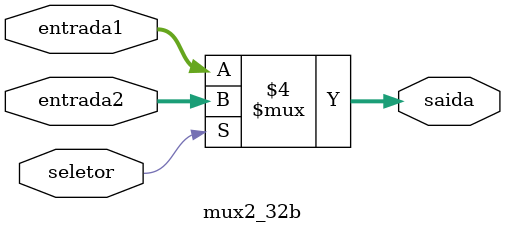
<source format=v>
module mux2_32b(seletor, entrada1, entrada2, saida);
	input seletor;
	input [31:0]entrada1, entrada2;
	output reg [31:0]saida;
	
always @(*) begin
	if(seletor == 1'b0)
		saida = entrada1;
	else
		saida = entrada2;
	
end
endmodule
	
</source>
